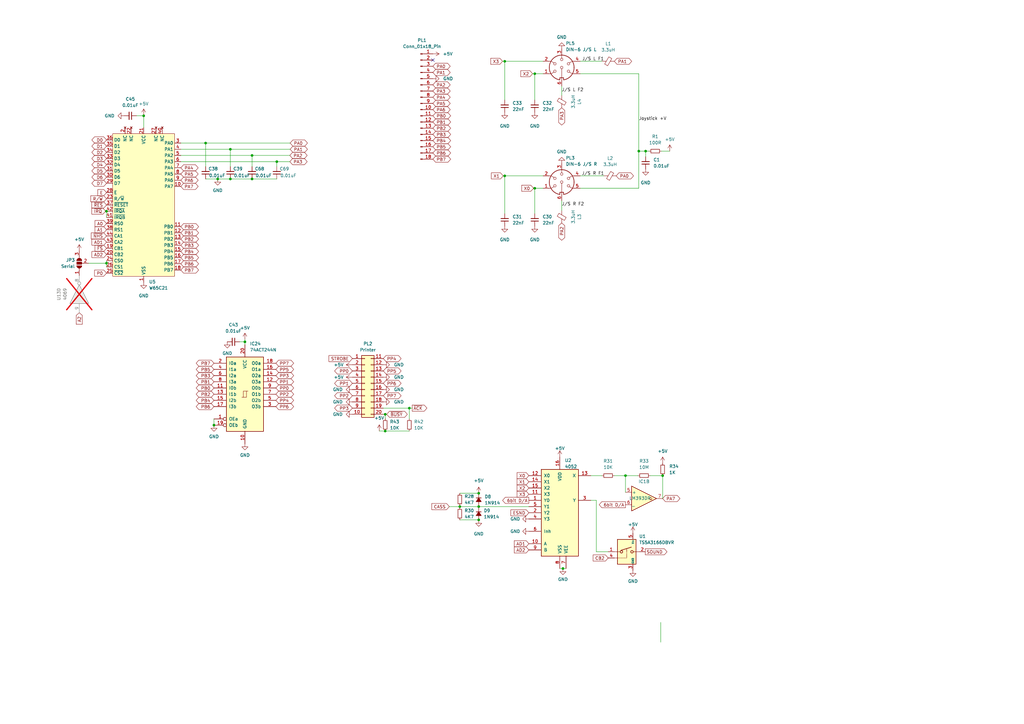
<source format=kicad_sch>
(kicad_sch (version 20230121) (generator eeschema)
  (paper "A3")
  (title_block (title "Dragon 32 CPU UK PAL") (date "2023-05-25") (rev "3.0") (company "Dragon Data") (comment 1 "Modified by Julian Brown") (comment 2 "SAMx4 by Ciaran Anscomb"))
  (lib_symbols
    (symbol "4xxx:4052" (pin_names (offset 1.016))
      (property "Reference" "U" (at -7.62 19.05 0))
      (property "Value" "4052" (at -7.62 -19.05 0))
      (symbol "4052_1_0"
        (pin passive line (at -12.7 5.08 0) (length 5.08) (name "Y0") (number "1"))
        (pin input line (at -12.7 -12.7 0) (length 5.08) (name "A") (number "10"))
        (pin passive line (at -12.7 7.62 0) (length 5.08) (name "X3") (number "11"))
        (pin passive line (at -12.7 15.24 0) (length 5.08) (name "X0") (number "12"))
        (pin passive line (at 12.7 15.24 180) (length 5.08) (name "X") (number "13"))
        (pin passive line (at -12.7 12.7 0) (length 5.08) (name "X1") (number "14"))
        (pin passive line (at -12.7 10.16 0) (length 5.08) (name "X2") (number "15"))
        (pin power_in line (at 0 22.86 270) (length 5.08) (name "VDD") (number "16"))
        (pin passive line (at -12.7 0 0) (length 5.08) (name "Y2") (number "2"))
        (pin passive line (at 12.7 5.08 180) (length 5.08) (name "Y") (number "3"))
        (pin passive line (at -12.7 -2.54 0) (length 5.08) (name "Y3") (number "4"))
        (pin passive line (at -12.7 2.54 0) (length 5.08) (name "Y1") (number "5"))
        (pin input line (at -12.7 -7.62 0) (length 5.08) (name "Inh") (number "6"))
        (pin power_in line (at 2.54 -22.86 90) (length 5.08) (name "VEE") (number "7"))
        (pin power_in line (at 0 -22.86 90) (length 5.08) (name "VSS") (number "8"))
        (pin input line (at -12.7 -15.24 0) (length 5.08) (name "B") (number "9"))
      )
    )
    (symbol "4xxx:4069" (pin_names (offset 1.016))
      (property "Reference" "U" (at 0 1.27 0))
      (property "Value" "4069" (at 0 -1.27 0))
      (symbol "4069_1_0"
        (pin input line (at -7.62 0 0) (length 3.81) (name "~") (number "1"))
        (pin output inverted (at 7.62 0 180) (length 3.81) (name "~") (number "2"))
      )
      (symbol "4069_2_0"
        (pin input line (at -7.62 0 0) (length 3.81) (name "~") (number "3"))
        (pin output inverted (at 7.62 0 180) (length 3.81) (name "~") (number "4"))
      )
      (symbol "4069_3_0"
        (pin input line (at -7.62 0 0) (length 3.81) (name "~") (number "5"))
        (pin output inverted (at 7.62 0 180) (length 3.81) (name "~") (number "6"))
      )
      (symbol "4069_4_0"
        (pin output inverted (at 7.62 0 180) (length 3.81) (name "~") (number "8"))
        (pin input line (at -7.62 0 0) (length 3.81) (name "~") (number "9"))
      )
      (symbol "4069_5_0"
        (pin output inverted (at 7.62 0 180) (length 3.81) (name "~") (number "10"))
        (pin input line (at -7.62 0 0) (length 3.81) (name "~") (number "11"))
      )
      (symbol "4069_6_0"
        (pin output inverted (at 7.62 0 180) (length 3.81) (name "~") (number "12"))
        (pin input line (at -7.62 0 0) (length 3.81) (name "~") (number "13"))
      )
      (symbol "4069_7_0"
        (pin power_in line (at 0 12.7 270) (length 5.08) (name "VDD") (number "14"))
        (pin power_in line (at 0 -12.7 90) (length 5.08) (name "VSS") (number "7"))
      )
    )
    (symbol "74xx:74LS244" (pin_names (offset 1.016))
      (property "Reference" "U" (at -7.62 16.51 0))
      (property "Value" "74LS244" (at -7.62 -16.51 0))
      (symbol "74LS244_1_0"
        (pin input inverted (at -12.7 -10.16 0) (length 5.08) (name "OEa") (number "1"))
        (pin power_in line (at 0 -20.32 90) (length 5.08) (name "GND") (number "10"))
        (pin input line (at -12.7 2.54 0) (length 5.08) (name "I0b") (number "11"))
        (pin tri_state line (at 12.7 5.08 180) (length 5.08) (name "O3a") (number "12"))
        (pin input line (at -12.7 0 0) (length 5.08) (name "I1b") (number "13"))
        (pin tri_state line (at 12.7 7.62 180) (length 5.08) (name "O2a") (number "14"))
        (pin input line (at -12.7 -2.54 0) (length 5.08) (name "I2b") (number "15"))
        (pin tri_state line (at 12.7 10.16 180) (length 5.08) (name "O1a") (number "16"))
        (pin input line (at -12.7 -5.08 0) (length 5.08) (name "I3b") (number "17"))
        (pin tri_state line (at 12.7 12.7 180) (length 5.08) (name "O0a") (number "18"))
        (pin input inverted (at -12.7 -12.7 0) (length 5.08) (name "OEb") (number "19"))
        (pin input line (at -12.7 12.7 0) (length 5.08) (name "I0a") (number "2"))
        (pin power_in line (at 0 20.32 270) (length 5.08) (name "VCC") (number "20"))
        (pin tri_state line (at 12.7 -5.08 180) (length 5.08) (name "O3b") (number "3"))
        (pin input line (at -12.7 10.16 0) (length 5.08) (name "I1a") (number "4"))
        (pin tri_state line (at 12.7 -2.54 180) (length 5.08) (name "O2b") (number "5"))
        (pin input line (at -12.7 7.62 0) (length 5.08) (name "I2a") (number "6"))
        (pin tri_state line (at 12.7 0 180) (length 5.08) (name "O1b") (number "7"))
        (pin input line (at -12.7 5.08 0) (length 5.08) (name "I3a") (number "8"))
        (pin tri_state line (at 12.7 2.54 180) (length 5.08) (name "O0b") (number "9"))
      )
    )
    (symbol "Analog_Switch:TS5A3166DBVR" (pin_names (offset 0.127))
      (property "Reference" "U" (at -3.81 6.35 0))
      (property "Value" "TS5A3166DBVR" (at 3.81 -6.35 0))
      (symbol "TS5A3166DBVR_1_1"
        (pin passive line (at -7.62 0 0) (length 2.54) (name "~") (number "1"))
        (pin passive line (at 7.62 0 180) (length 2.54) (name "~") (number "2"))
        (pin power_in line (at 2.54 -7.62 90) (length 2.54) (name "GND") (number "3"))
        (pin input line (at -7.62 -2.54 0) (length 2.54) (name "~") (number "4"))
        (pin power_in line (at 2.54 7.62 270) (length 2.54) (name "V+") (number "5"))
      )
    )
    (symbol "Comparator:LM393" (pin_names (offset 0.127))
      (property "Reference" "U" (at 3.81 3.81 0))
      (property "Value" "LM393" (at 6.35 -3.81 0))
      (symbol "LM393_1_1"
        (pin open_collector line (at 7.62 0 180) (length 2.54) (name "~") (number "1"))
        (pin input line (at -7.62 -2.54 0) (length 2.54) (name "-") (number "2"))
        (pin input line (at -7.62 2.54 0) (length 2.54) (name "+") (number "3"))
      )
      (symbol "LM393_2_1"
        (pin input line (at -7.62 2.54 0) (length 2.54) (name "+") (number "5"))
        (pin input line (at -7.62 -2.54 0) (length 2.54) (name "_") (number "6"))
        (pin open_collector line (at 7.62 0 180) (length 2.54) (name "~") (number "7"))
      )
      (symbol "LM393_3_1"
        (pin power_in line (at -2.54 -7.62 90) (length 3.81) (name "V-") (number "4"))
        (pin power_in line (at -2.54 7.62 270) (length 3.81) (name "V+") (number "8"))
      )
    )
    (symbol "Connector:Conn_01x18_Pin" (pin_names (offset 1.016) hide)
      (property "Reference" "J" (at 0 22.86 0))
      (property "Value" "Conn_01x18_Pin" (at 0 -25.4 0))
      (symbol "Conn_01x18_Pin_1_1"
        (pin passive line (at 5.08 20.32 180) (length 3.81) (name "Pin_1") (number "1"))
        (pin passive line (at 5.08 -2.54 180) (length 3.81) (name "Pin_10") (number "10"))
        (pin passive line (at 5.08 -5.08 180) (length 3.81) (name "Pin_11") (number "11"))
        (pin passive line (at 5.08 -7.62 180) (length 3.81) (name "Pin_12") (number "12"))
        (pin passive line (at 5.08 -10.16 180) (length 3.81) (name "Pin_13") (number "13"))
        (pin passive line (at 5.08 -12.7 180) (length 3.81) (name "Pin_14") (number "14"))
        (pin passive line (at 5.08 -15.24 180) (length 3.81) (name "Pin_15") (number "15"))
        (pin passive line (at 5.08 -17.78 180) (length 3.81) (name "Pin_16") (number "16"))
        (pin passive line (at 5.08 -20.32 180) (length 3.81) (name "Pin_17") (number "17"))
        (pin passive line (at 5.08 -22.86 180) (length 3.81) (name "Pin_18") (number "18"))
        (pin passive line (at 5.08 17.78 180) (length 3.81) (name "Pin_2") (number "2"))
        (pin passive line (at 5.08 15.24 180) (length 3.81) (name "Pin_3") (number "3"))
        (pin passive line (at 5.08 12.7 180) (length 3.81) (name "Pin_4") (number "4"))
        (pin passive line (at 5.08 10.16 180) (length 3.81) (name "Pin_5") (number "5"))
        (pin passive line (at 5.08 7.62 180) (length 3.81) (name "Pin_6") (number "6"))
        (pin passive line (at 5.08 5.08 180) (length 3.81) (name "Pin_7") (number "7"))
        (pin passive line (at 5.08 2.54 180) (length 3.81) (name "Pin_8") (number "8"))
        (pin passive line (at 5.08 0 180) (length 3.81) (name "Pin_9") (number "9"))
      )
    )
    (symbol "Connector:DIN-6" (pin_names (offset 1.016))
      (property "Reference" "J" (at 3.175 5.715 0))
      (property "Value" "DIN-6" (at 4.445 -4.445 0))
      (symbol "DIN-6_1_1"
        (pin passive line (at -7.62 -2.54 0) (length 2.54) (name "~") (number "1"))
        (pin passive line (at -7.62 2.54 0) (length 2.54) (name "~") (number "2"))
        (pin passive line (at 0 7.62 270) (length 2.54) (name "~") (number "3"))
        (pin passive line (at 7.62 2.54 180) (length 2.54) (name "~") (number "4"))
        (pin passive line (at 7.62 -2.54 180) (length 2.54) (name "~") (number "5"))
        (pin passive line (at 0 -7.62 90) (length 2.54) (name "~") (number "6"))
      )
    )
    (symbol "Connector_Generic:Conn_02x10_Top_Bottom" (pin_names (offset 1.016) hide)
      (property "Reference" "J" (at 1.27 12.7 0))
      (property "Value" "Conn_02x10_Top_Bottom" (at 1.27 -15.24 0))
      (symbol "Conn_02x10_Top_Bottom_1_1"
        (pin passive line (at -5.08 10.16 0) (length 3.81) (name "Pin_1") (number "1"))
        (pin passive line (at -5.08 -12.7 0) (length 3.81) (name "Pin_10") (number "10"))
        (pin passive line (at 7.62 10.16 180) (length 3.81) (name "Pin_11") (number "11"))
        (pin passive line (at 7.62 7.62 180) (length 3.81) (name "Pin_12") (number "12"))
        (pin passive line (at 7.62 5.08 180) (length 3.81) (name "Pin_13") (number "13"))
        (pin passive line (at 7.62 2.54 180) (length 3.81) (name "Pin_14") (number "14"))
        (pin passive line (at 7.62 0 180) (length 3.81) (name "Pin_15") (number "15"))
        (pin passive line (at 7.62 -2.54 180) (length 3.81) (name "Pin_16") (number "16"))
        (pin passive line (at 7.62 -5.08 180) (length 3.81) (name "Pin_17") (number "17"))
        (pin passive line (at 7.62 -7.62 180) (length 3.81) (name "Pin_18") (number "18"))
        (pin passive line (at 7.62 -10.16 180) (length 3.81) (name "Pin_19") (number "19"))
        (pin passive line (at -5.08 7.62 0) (length 3.81) (name "Pin_2") (number "2"))
        (pin passive line (at 7.62 -12.7 180) (length 3.81) (name "Pin_20") (number "20"))
        (pin passive line (at -5.08 5.08 0) (length 3.81) (name "Pin_3") (number "3"))
        (pin passive line (at -5.08 2.54 0) (length 3.81) (name "Pin_4") (number "4"))
        (pin passive line (at -5.08 0 0) (length 3.81) (name "Pin_5") (number "5"))
        (pin passive line (at -5.08 -2.54 0) (length 3.81) (name "Pin_6") (number "6"))
        (pin passive line (at -5.08 -5.08 0) (length 3.81) (name "Pin_7") (number "7"))
        (pin passive line (at -5.08 -7.62 0) (length 3.81) (name "Pin_8") (number "8"))
        (pin passive line (at -5.08 -10.16 0) (length 3.81) (name "Pin_9") (number "9"))
      )
    )
    (symbol "Device:C_Small" (pin_numbers hide) (pin_names (offset 0.254) hide)
      (property "Reference" "C" (at 0.254 1.778 0))
      (property "Value" "C_Small" (at 0.254 -2.032 0))
      (symbol "C_Small_1_1"
        (pin passive line (at 0 2.54 270) (length 2.032) (name "~") (number "1"))
        (pin passive line (at 0 -2.54 90) (length 2.032) (name "~") (number "2"))
      )
    )
    (symbol "Device:D_Small_Filled" (pin_numbers hide) (pin_names (offset 0.254) hide)
      (property "Reference" "D" (at -1.27 2.032 0))
      (property "Value" "D_Small_Filled" (at -3.81 -2.032 0))
      (symbol "D_Small_Filled_1_1"
        (pin passive line (at -2.54 0 0) (length 1.778) (name "K") (number "1"))
        (pin passive line (at 2.54 0 180) (length 1.778) (name "A") (number "2"))
      )
    )
    (symbol "Device:FerriteBead_Small" (pin_numbers hide) (pin_names (offset 0))
      (property "Reference" "FB" (at 1.905 1.27 0))
      (property "Value" "FerriteBead_Small" (at 1.905 -1.27 0))
      (symbol "FerriteBead_Small_1_1"
        (pin passive line (at 0 2.54 270) (length 1.27) (name "~") (number "1"))
        (pin passive line (at 0 -2.54 90) (length 1.27) (name "~") (number "2"))
      )
    )
    (symbol "Device:R_Small" (pin_numbers hide) (pin_names (offset 0.254) hide)
      (property "Reference" "R" (at 0.762 0.508 0))
      (property "Value" "R_Small" (at 0.762 -1.016 0))
      (symbol "R_Small_1_1"
        (pin passive line (at 0 2.54 270) (length 0.762) (name "~") (number "1"))
        (pin passive line (at 0 -2.54 90) (length 0.762) (name "~") (number "2"))
      )
    )
    (symbol "Jumper:SolderJumper_3_Open" (pin_names (offset 0) hide)
      (property "Reference" "JP" (at -2.54 -2.54 0))
      (property "Value" "SolderJumper_3_Open" (at 0 2.794 0))
      (symbol "SolderJumper_3_Open_1_1"
        (pin passive line (at -5.08 0 0) (length 2.54) (name "A") (number "1"))
        (pin passive line (at 0 -3.81 90) (length 2.54) (name "C") (number "2"))
        (pin passive line (at 5.08 0 180) (length 2.54) (name "B") (number "3"))
      )
    )
    (symbol "Motorola PIA:W65C21"
      (property "Reference" "U" (at 0 1.27 0))
      (property "Value" "W65C21" (at 0 -1.27 0))
      (symbol "W65C21_1_0"
        (pin output line (at -15.24 -3.81 0) (length 2.54) (name "~{IRQB}") (number "41"))
        (pin output line (at -15.24 -1.27 0) (length 2.54) (name "~{IRQA}") (number "42"))
        (pin input line (at -15.24 -13.97 0) (length 2.54) (name "CA2") (number "43"))
        (pin input line (at -15.24 -11.43 0) (length 2.54) (name "CA1") (number "44"))
      )
      (symbol "W65C21_1_1"
        (pin passive line (at 0 -30.48 90) (length 2.54) (name "VSS") (number "1"))
        (pin bidirectional line (at 15.24 8.89 180) (length 2.54) (name "PA7") (number "10"))
        (pin bidirectional line (at 15.24 -7.62 180) (length 2.54) (name "PB0") (number "11"))
        (pin bidirectional line (at 15.24 -10.16 180) (length 2.54) (name "PB1") (number "12"))
        (pin bidirectional line (at 15.24 -12.7 180) (length 2.54) (name "PB2") (number "13"))
        (pin bidirectional line (at 15.24 -15.24 180) (length 2.54) (name "PB3") (number "14"))
        (pin bidirectional line (at 15.24 -17.78 180) (length 2.54) (name "PB4") (number "15"))
        (pin bidirectional line (at 15.24 -20.32 180) (length 2.54) (name "PB5") (number "16"))
        (pin bidirectional line (at 15.24 -22.86 180) (length 2.54) (name "PB6") (number "17"))
        (pin bidirectional line (at 15.24 -25.4 180) (length 2.54) (name "PB7") (number "18"))
        (pin input line (at -15.24 -16.51 0) (length 2.54) (name "CB1") (number "19"))
        (pin no_connect line (at -7.62 33.02 270) (length 2.54) (name "NC") (number "2"))
        (pin input line (at -15.24 -19.05 0) (length 2.54) (name "CB2") (number "20"))
        (pin passive line (at 0 33.02 270) (length 2.54) (name "VCC") (number "21"))
        (pin no_connect line (at -5.08 33.02 270) (length 2.54) (name "NC") (number "22"))
        (pin input line (at -15.24 3.81 0) (length 2.54) (name "R/~{W}") (number "23"))
        (pin input line (at -15.24 -21.59 0) (length 2.54) (name "CS0") (number "24"))
        (pin input line (at -15.24 -26.67 0) (length 2.54) (name "~{CS2}") (number "25"))
        (pin input line (at -15.24 -24.13 0) (length 2.54) (name "CS1") (number "26"))
        (pin no_connect line (at 5.08 33.02 270) (length 2.54) (name "NC") (number "27"))
        (pin input line (at -15.24 6.35 0) (length 2.54) (name "E") (number "28"))
        (pin bidirectional line (at -15.24 10.16 0) (length 2.54) (name "D7") (number "29"))
        (pin bidirectional line (at 15.24 26.67 180) (length 2.54) (name "PA0") (number "3"))
        (pin bidirectional line (at -15.24 12.7 0) (length 2.54) (name "D6") (number "30"))
        (pin bidirectional line (at -15.24 15.24 0) (length 2.54) (name "D5") (number "31"))
        (pin bidirectional line (at -15.24 17.78 0) (length 2.54) (name "D4") (number "32"))
        (pin bidirectional line (at -15.24 20.32 0) (length 2.54) (name "D3") (number "33"))
        (pin bidirectional line (at -15.24 22.86 0) (length 2.54) (name "D2") (number "34"))
        (pin bidirectional line (at -15.24 25.4 0) (length 2.54) (name "D1") (number "35"))
        (pin bidirectional line (at -15.24 27.94 0) (length 2.54) (name "D0") (number "36"))
        (pin input line (at -15.24 1.27 0) (length 2.54) (name "~{RESET}") (number "37"))
        (pin input line (at -15.24 -8.89 0) (length 2.54) (name "RS1") (number "38"))
        (pin input line (at -15.24 -6.35 0) (length 2.54) (name "RS0") (number "39"))
        (pin bidirectional line (at 15.24 24.13 180) (length 2.54) (name "PA1") (number "4"))
        (pin no_connect line (at 7.62 33.02 270) (length 2.54) (name "NC") (number "40"))
        (pin bidirectional line (at 15.24 21.59 180) (length 2.54) (name "PA2") (number "5"))
        (pin bidirectional line (at 15.24 19.05 180) (length 2.54) (name "PA3") (number "6"))
        (pin bidirectional line (at 15.24 16.51 180) (length 2.54) (name "PA4") (number "7"))
        (pin bidirectional line (at 15.24 13.97 180) (length 2.54) (name "PA5") (number "8"))
        (pin bidirectional line (at 15.24 11.43 180) (length 2.54) (name "PA6") (number "9"))
      )
    )
    (symbol "power:+5V" (power) (pin_names (offset 0))
      (property "Value" "+5V" (at 0 3.556 0))
      (symbol "+5V_1_1"
        (pin power_in line (at 0 0 90) (length 0) hide (name "+5V") (number "1"))
      )
    )
    (symbol "power:GND" (power) (pin_names (offset 0))
      (property "Value" "GND" (at 0 -3.81 0))
      (symbol "GND_1_1"
        (pin power_in line (at 0 0 270) (length 0) hide (name "GND") (number "1"))
      )
    )
  )
  (junction (at 89.281 73.406))
  (junction (at 188.595 207.772))
  (junction (at 58.928 47.498))
  (junction (at 87.757 174.371))
  (junction (at 94.488 61.214))
  (junction (at 113.538 66.294))
  (junction (at 167.894 167.386))
  (junction (at 43.688 107.95))
  (junction (at 264.795 61.976))
  (junction (at 196.342 207.772))
  (junction (at 256.54 195.072))
  (junction (at 219.329 30.226))
  (junction (at 43.688 86.614))
  (junction (at 196.342 213.233))
  (junction (at 207.01 25.146))
  (junction (at 271.78 195.072))
  (junction (at 157.988 169.926))
  (junction (at 196.342 202.311))
  (junction (at 103.378 73.406))
  (junction (at 262.001 61.976))
  (junction (at 103.378 63.754))
  (junction (at 157.988 176.784))
  (junction (at 230.886 233.172))
  (junction (at 84.328 58.674))
  (junction (at 100.457 140.208))
  (junction (at 94.488 73.406))
  (junction (at 219.329 77.216))
  (junction (at 207.01 72.136))
  (no_connect (at 177.546 24.638))
  (wire (pts (xy 43.688 107.95) (xy 43.688 109.474)))
  (wire (pts (xy 103.378 73.406) (xy 113.538 73.406)))
  (wire (pts (xy 264.795 64.262) (xy 264.795 61.976)))
  (wire (pts (xy 256.54 195.072) (xy 251.968 195.072)))
  (wire (pts (xy 188.595 207.772) (xy 196.342 207.772)))
  (wire (pts (xy 74.168 61.214) (xy 94.488 61.214)))
  (wire (pts (xy 271.018 263.398) (xy 271.018 255.27)))
  (wire (pts (xy 87.757 171.831) (xy 87.757 174.371)))
  (wire (pts (xy 157.988 169.926) (xy 157.226 169.926)))
  (wire (pts (xy 196.342 202.311) (xy 196.342 202.438)))
  (wire (pts (xy 43.688 106.934) (xy 43.688 107.95)))
  (wire (pts (xy 266.7 195.072) (xy 271.78 195.072)))
  (wire (pts (xy 206.121 25.146) (xy 207.01 25.146)))
  (wire (pts (xy 264.795 61.976) (xy 266.192 61.976)))
  (wire (pts (xy 218.821 77.216) (xy 219.329 77.216)))
  (wire (pts (xy 229.616 233.172) (xy 230.886 233.172)))
  (wire (pts (xy 237.998 30.226) (xy 262.001 30.226)))
  (wire (pts (xy 261.62 195.072) (xy 256.54 195.072)))
  (wire (pts (xy 157.988 176.784) (xy 167.894 176.784)))
  (wire (pts (xy 103.378 63.754) (xy 103.378 68.326)))
  (wire (pts (xy 89.281 73.406) (xy 94.488 73.406)))
  (wire (pts (xy 271.78 195.072) (xy 271.78 204.47)))
  (wire (pts (xy 113.538 66.294) (xy 74.168 66.294)))
  (wire (pts (xy 207.01 25.146) (xy 207.01 41.021)))
  (wire (pts (xy 207.01 72.136) (xy 222.758 72.136)))
  (wire (pts (xy 113.538 66.294) (xy 113.538 68.326)))
  (wire (pts (xy 219.329 77.216) (xy 222.758 77.216)))
  (wire (pts (xy 219.329 30.226) (xy 219.329 41.021)))
  (wire (pts (xy 118.872 66.294) (xy 113.538 66.294)))
  (wire (pts (xy 58.928 47.498) (xy 58.928 52.324)))
  (wire (pts (xy 244.602 226.314) (xy 249.428 226.314)))
  (wire (pts (xy 188.595 207.391) (xy 188.595 207.772)))
  (wire (pts (xy 207.01 25.146) (xy 222.758 25.146)))
  (wire (pts (xy 167.894 167.386) (xy 167.894 171.704)))
  (wire (pts (xy 207.01 72.136) (xy 207.01 87.63)))
  (wire (pts (xy 94.488 73.406) (xy 103.378 73.406)))
  (wire (pts (xy 56.007 47.498) (xy 58.928 47.498)))
  (wire (pts (xy 244.602 205.232) (xy 244.602 226.314)))
  (wire (pts (xy 74.168 58.674) (xy 84.328 58.674)))
  (wire (pts (xy 58.928 47.244) (xy 58.928 47.498)))
  (wire (pts (xy 184.277 207.772) (xy 188.595 207.772)))
  (wire (pts (xy 274.701 61.976) (xy 271.272 61.976)))
  (wire (pts (xy 84.328 58.674) (xy 84.328 68.326)))
  (wire (pts (xy 196.342 207.772) (xy 196.342 207.518)))
  (wire (pts (xy 188.595 213.233) (xy 196.342 213.233)))
  (wire (pts (xy 157.988 169.926) (xy 157.988 171.704)))
  (wire (pts (xy 36.322 107.95) (xy 43.688 107.95)))
  (wire (pts (xy 167.894 167.386) (xy 157.226 167.386)))
  (wire (pts (xy 84.328 73.406) (xy 89.281 73.406)))
  (wire (pts (xy 100.457 140.208) (xy 100.457 141.351)))
  (wire (pts (xy 218.44 30.226) (xy 219.329 30.226)))
  (wire (pts (xy 94.488 61.214) (xy 94.488 68.326)))
  (wire (pts (xy 84.328 58.674) (xy 118.999 58.674)))
  (wire (pts (xy 158.623 169.926) (xy 157.988 169.926)))
  (wire (pts (xy 256.54 195.072) (xy 256.54 201.93)))
  (wire (pts (xy 230.378 39.116) (xy 230.378 35.306)))
  (wire (pts (xy 155.575 176.784) (xy 157.988 176.784)))
  (wire (pts (xy 219.329 77.216) (xy 219.329 87.63)))
  (wire (pts (xy 237.998 77.216) (xy 262.001 77.216)))
  (wire (pts (xy 98.298 140.208) (xy 100.457 140.208)))
  (wire (pts (xy 196.342 208.153) (xy 196.342 207.772)))
  (wire (pts (xy 230.886 233.172) (xy 232.156 233.172)))
  (wire (pts (xy 118.872 63.754) (xy 103.378 63.754)))
  (wire (pts (xy 219.329 30.226) (xy 222.758 30.226)))
  (wire (pts (xy 196.342 213.36) (xy 196.342 213.233)))
  (wire (pts (xy 169.037 167.386) (xy 167.894 167.386)))
  (wire (pts (xy 262.001 30.226) (xy 262.001 61.976)))
  (wire (pts (xy 230.378 86.36) (xy 230.378 82.296)))
  (wire (pts (xy 244.602 205.232) (xy 242.316 205.232)))
  (wire (pts (xy 103.378 63.754) (xy 74.168 63.754)))
  (wire (pts (xy 206.375 72.136) (xy 207.01 72.136)))
  (wire (pts (xy 262.001 77.216) (xy 262.001 61.976)))
  (wire (pts (xy 188.595 207.772) (xy 188.595 208.153)))
  (wire (pts (xy 242.316 195.072) (xy 246.888 195.072)))
  (wire (pts (xy 188.595 202.311) (xy 196.342 202.311)))
  (wire (pts (xy 247.65 72.136) (xy 237.998 72.136)))
  (wire (pts (xy 246.888 25.146) (xy 237.998 25.146)))
  (wire (pts (xy 94.488 61.214) (xy 118.999 61.214)))
  (wire (pts (xy 43.688 86.614) (xy 43.688 89.154)))
  (wire (pts (xy 262.001 61.976) (xy 264.795 61.976)))
  (wire (pts (xy 43.307 86.614) (xy 43.688 86.614)))
  (wire (pts (xy 100.457 139.192) (xy 100.457 140.208)))
  (wire (pts (xy 196.342 207.772) (xy 216.916 207.772)))
  (label "Joystick +V" (at 262.001 49.6061 0))
  (label "J{slash}S R F1" (at 238.5908 72.136 0))
  (label "J{slash}S L F1" (at 238.7635 25.146 0))
  (label "J{slash}S R F2" (at 230.378 84.6696 0))
  (label "J{slash}S L F2" (at 230.378 37.841 0))
  (global_label "PA2" (shape bidirectional) (at 177.546 34.798 0) (property "Intersheetrefs" "${INTERSHEET_REFS}" (effects hide)))
  (global_label "PP4" (shape bidirectional) (at 157.226 147.066 0) (property "Intersheetrefs" "${INTERSHEET_REFS}" (effects hide)))
  (global_label "~{BUSY}" (shape bidirectional) (at 158.623 169.926 0) (property "Intersheetrefs" "${INTERSHEET_REFS}" (effects hide)))
  (global_label "SOUND" (shape output) (at 264.668 226.314 0) (property "Intersheetrefs" "${INTERSHEET_REFS}" (effects hide)))
  (global_label "PA1" (shape bidirectional) (at 177.546 29.718 0) (property "Intersheetrefs" "${INTERSHEET_REFS}" (effects hide)))
  (global_label "PP7" (shape bidirectional) (at 157.226 162.306 0) (property "Intersheetrefs" "${INTERSHEET_REFS}" (effects hide)))
  (global_label "PB6" (shape bidirectional) (at 87.757 166.751 180) (property "Intersheetrefs" "${INTERSHEET_REFS}" (effects hide)))
  (global_label "PA0" (shape bidirectional) (at 118.999 58.674 0) (property "Intersheetrefs" "${INTERSHEET_REFS}" (effects hide)))
  (global_label "PA2" (shape bidirectional) (at 230.378 91.44 270) (property "Intersheetrefs" "${INTERSHEET_REFS}" (effects hide)))
  (global_label "D2" (shape bidirectional) (at 43.688 62.484 180) (property "Intersheetrefs" "${INTERSHEET_REFS}" (effects hide)))
  (global_label "PB1" (shape bidirectional) (at 177.546 50.038 0) (property "Intersheetrefs" "${INTERSHEET_REFS}" (effects hide)))
  (global_label "PA3" (shape bidirectional) (at 118.872 66.294 0) (property "Intersheetrefs" "${INTERSHEET_REFS}" (effects hide)))
  (global_label "X2" (shape input) (at 216.916 200.152 180) (property "Intersheetrefs" "${INTERSHEET_REFS}" (effects hide)))
  (global_label "PA4" (shape bidirectional) (at 177.546 39.878 0) (property "Intersheetrefs" "${INTERSHEET_REFS}" (effects hide)))
  (global_label "D6" (shape bidirectional) (at 43.688 72.644 180) (property "Intersheetrefs" "${INTERSHEET_REFS}" (effects hide)))
  (global_label "PB6" (shape bidirectional) (at 74.168 108.204 0) (property "Intersheetrefs" "${INTERSHEET_REFS}" (effects hide)))
  (global_label "PB7" (shape bidirectional) (at 177.546 65.278 0) (property "Intersheetrefs" "${INTERSHEET_REFS}" (effects hide)))
  (global_label "R{slash}~{W}" (shape input) (at 43.688 81.534 180) (property "Intersheetrefs" "${INTERSHEET_REFS}" (effects hide)))
  (global_label "6bit D{slash}A" (shape output) (at 256.54 207.01 180) (property "Intersheetrefs" "${INTERSHEET_REFS}" (effects hide)))
  (global_label "PA1" (shape bidirectional) (at 251.968 25.146 0) (property "Intersheetrefs" "${INTERSHEET_REFS}" (effects hide)))
  (global_label "PB3" (shape bidirectional) (at 177.546 55.118 0) (property "Intersheetrefs" "${INTERSHEET_REFS}" (effects hide)))
  (global_label "PB5" (shape bidirectional) (at 177.546 60.198 0) (property "Intersheetrefs" "${INTERSHEET_REFS}" (effects hide)))
  (global_label "PB6" (shape bidirectional) (at 177.546 62.738 0) (property "Intersheetrefs" "${INTERSHEET_REFS}" (effects hide)))
  (global_label "X3" (shape input) (at 206.121 25.146 180) (property "Intersheetrefs" "${INTERSHEET_REFS}" (effects hide)))
  (global_label "D1" (shape bidirectional) (at 43.688 59.944 180) (property "Intersheetrefs" "${INTERSHEET_REFS}" (effects hide)))
  (global_label "AD1" (shape input) (at 43.688 99.314 180) (property "Intersheetrefs" "${INTERSHEET_REFS}" (effects hide)))
  (global_label "A2" (shape input) (at 32.512 128.27 270) (property "Intersheetrefs" "${INTERSHEET_REFS}" (effects hide)))
  (global_label "X2" (shape input) (at 218.44 30.226 180) (property "Intersheetrefs" "${INTERSHEET_REFS}" (effects hide)))
  (global_label "PP5" (shape bidirectional) (at 113.157 151.511 0) (property "Intersheetrefs" "${INTERSHEET_REFS}" (effects hide)))
  (global_label "PB1" (shape bidirectional) (at 87.757 156.591 180) (property "Intersheetrefs" "${INTERSHEET_REFS}" (effects hide)))
  (global_label "PB4" (shape bidirectional) (at 177.546 57.658 0) (property "Intersheetrefs" "${INTERSHEET_REFS}" (effects hide)))
  (global_label "PB5" (shape bidirectional) (at 74.168 105.664 0) (property "Intersheetrefs" "${INTERSHEET_REFS}" (effects hide)))
  (global_label "PP1" (shape bidirectional) (at 113.157 156.591 0) (property "Intersheetrefs" "${INTERSHEET_REFS}" (effects hide)))
  (global_label "PB2" (shape bidirectional) (at 177.546 52.578 0) (property "Intersheetrefs" "${INTERSHEET_REFS}" (effects hide)))
  (global_label "PB7" (shape bidirectional) (at 74.168 110.744 0) (property "Intersheetrefs" "${INTERSHEET_REFS}" (effects hide)))
  (global_label "E" (shape input) (at 43.688 78.994 180) (property "Intersheetrefs" "${INTERSHEET_REFS}" (effects hide)))
  (global_label "AD2" (shape input) (at 216.916 225.552 180) (property "Intersheetrefs" "${INTERSHEET_REFS}" (effects hide)))
  (global_label "PB3" (shape bidirectional) (at 87.757 154.051 180) (property "Intersheetrefs" "${INTERSHEET_REFS}" (effects hide)))
  (global_label "AD2" (shape input) (at 43.688 104.394 180) (property "Intersheetrefs" "${INTERSHEET_REFS}" (effects hide)))
  (global_label "PP3" (shape bidirectional) (at 144.526 167.386 180) (property "Intersheetrefs" "${INTERSHEET_REFS}" (effects hide)))
  (global_label "PB1" (shape bidirectional) (at 74.168 95.504 0) (property "Intersheetrefs" "${INTERSHEET_REFS}" (effects hide)))
  (global_label "~{FS}" (shape input) (at 43.688 101.854 180) (property "Intersheetrefs" "${INTERSHEET_REFS}" (effects hide)))
  (global_label "PP3" (shape bidirectional) (at 113.157 154.051 0) (property "Intersheetrefs" "${INTERSHEET_REFS}" (effects hide)))
  (global_label "PP0" (shape bidirectional) (at 113.157 159.131 0) (property "Intersheetrefs" "${INTERSHEET_REFS}" (effects hide)))
  (global_label "D5" (shape bidirectional) (at 43.688 70.104 180) (property "Intersheetrefs" "${INTERSHEET_REFS}" (effects hide)))
  (global_label "PB3" (shape bidirectional) (at 74.168 100.584 0) (property "Intersheetrefs" "${INTERSHEET_REFS}" (effects hide)))
  (global_label "PA5" (shape bidirectional) (at 74.168 71.374 0) (property "Intersheetrefs" "${INTERSHEET_REFS}" (effects hide)))
  (global_label "ESND" (shape input) (at 216.916 210.312 180) (property "Intersheetrefs" "${INTERSHEET_REFS}" (effects hide)))
  (global_label "X3" (shape input) (at 216.916 202.692 180) (property "Intersheetrefs" "${INTERSHEET_REFS}" (effects hide)))
  (global_label "CASS" (shape input) (at 184.277 207.772 180) (property "Intersheetrefs" "${INTERSHEET_REFS}" (effects hide)))
  (global_label "PB2" (shape bidirectional) (at 87.757 161.671 180) (property "Intersheetrefs" "${INTERSHEET_REFS}" (effects hide)))
  (global_label "PP7" (shape bidirectional) (at 113.157 148.971 0) (property "Intersheetrefs" "${INTERSHEET_REFS}" (effects hide)))
  (global_label "PP2" (shape bidirectional) (at 113.157 161.671 0) (property "Intersheetrefs" "${INTERSHEET_REFS}" (effects hide)))
  (global_label "PA6" (shape bidirectional) (at 74.168 73.914 0) (property "Intersheetrefs" "${INTERSHEET_REFS}" (effects hide)))
  (global_label "PA7" (shape bidirectional) (at 271.78 204.47 0) (property "Intersheetrefs" "${INTERSHEET_REFS}" (effects hide)))
  (global_label "PA5" (shape bidirectional) (at 177.546 42.418 0) (property "Intersheetrefs" "${INTERSHEET_REFS}" (effects hide)))
  (global_label "PA1" (shape bidirectional) (at 118.999 61.214 0) (property "Intersheetrefs" "${INTERSHEET_REFS}" (effects hide)))
  (global_label "PA3" (shape bidirectional) (at 177.546 37.338 0) (property "Intersheetrefs" "${INTERSHEET_REFS}" (effects hide)))
  (global_label "A0" (shape input) (at 43.688 91.694 180) (property "Intersheetrefs" "${INTERSHEET_REFS}" (effects hide)))
  (global_label "PA0" (shape bidirectional) (at 177.546 27.178 0) (property "Intersheetrefs" "${INTERSHEET_REFS}" (effects hide)))
  (global_label "PB7" (shape bidirectional) (at 87.757 148.971 180) (property "Intersheetrefs" "${INTERSHEET_REFS}" (effects hide)))
  (global_label "~{IRQ}" (shape input) (at 43.307 86.614 180) (property "Intersheetrefs" "${INTERSHEET_REFS}" (effects hide)))
  (global_label "PP5" (shape bidirectional) (at 157.226 152.146 0) (property "Intersheetrefs" "${INTERSHEET_REFS}" (effects hide)))
  (global_label "PB2" (shape bidirectional) (at 74.168 98.044 0) (property "Intersheetrefs" "${INTERSHEET_REFS}" (effects hide)))
  (global_label "PP1" (shape bidirectional) (at 144.526 157.226 180) (property "Intersheetrefs" "${INTERSHEET_REFS}" (effects hide)))
  (global_label "PP0" (shape bidirectional) (at 144.526 152.146 180) (property "Intersheetrefs" "${INTERSHEET_REFS}" (effects hide)))
  (global_label "PP6" (shape bidirectional) (at 157.226 157.226 0) (property "Intersheetrefs" "${INTERSHEET_REFS}" (effects hide)))
  (global_label "PB4" (shape bidirectional) (at 87.757 164.211 180) (property "Intersheetrefs" "${INTERSHEET_REFS}" (effects hide)))
  (global_label "PA0" (shape bidirectional) (at 252.73 72.136 0) (property "Intersheetrefs" "${INTERSHEET_REFS}" (effects hide)))
  (global_label "PB5" (shape bidirectional) (at 87.757 151.511 180) (property "Intersheetrefs" "${INTERSHEET_REFS}" (effects hide)))
  (global_label "PA7" (shape bidirectional) (at 74.168 76.454 0) (property "Intersheetrefs" "${INTERSHEET_REFS}" (effects hide)))
  (global_label "~{NHS}" (shape input) (at 43.688 96.774 180) (property "Intersheetrefs" "${INTERSHEET_REFS}" (effects hide)))
  (global_label "PA4" (shape bidirectional) (at 74.168 68.834 0) (property "Intersheetrefs" "${INTERSHEET_REFS}" (effects hide)))
  (global_label "6bit D{slash}A" (shape output) (at 216.916 205.232 180) (property "Intersheetrefs" "${INTERSHEET_REFS}" (effects hide)))
  (global_label "PP2" (shape bidirectional) (at 144.526 162.306 180) (property "Intersheetrefs" "${INTERSHEET_REFS}" (effects hide)))
  (global_label "STROBE" (shape input) (at 144.526 147.066 180) (property "Intersheetrefs" "${INTERSHEET_REFS}" (effects hide)))
  (global_label "PA6" (shape bidirectional) (at 177.546 44.958 0) (property "Intersheetrefs" "${INTERSHEET_REFS}" (effects hide)))
  (global_label "PP6" (shape bidirectional) (at 113.157 166.751 0) (property "Intersheetrefs" "${INTERSHEET_REFS}" (effects hide)))
  (global_label "PA2" (shape bidirectional) (at 118.872 63.754 0) (property "Intersheetrefs" "${INTERSHEET_REFS}" (effects hide)))
  (global_label "PB0" (shape bidirectional) (at 177.546 47.498 0) (property "Intersheetrefs" "${INTERSHEET_REFS}" (effects hide)))
  (global_label "PB0" (shape bidirectional) (at 74.168 92.964 0) (property "Intersheetrefs" "${INTERSHEET_REFS}" (effects hide)))
  (global_label "X1" (shape input) (at 216.916 197.612 180) (property "Intersheetrefs" "${INTERSHEET_REFS}" (effects hide)))
  (global_label "PB0" (shape bidirectional) (at 87.757 159.131 180) (property "Intersheetrefs" "${INTERSHEET_REFS}" (effects hide)))
  (global_label "PA3" (shape bidirectional) (at 230.378 44.196 270) (property "Intersheetrefs" "${INTERSHEET_REFS}" (effects hide)))
  (global_label "X0" (shape input) (at 218.821 77.216 180) (property "Intersheetrefs" "${INTERSHEET_REFS}" (effects hide)))
  (global_label "A1" (shape input) (at 43.688 94.234 180) (property "Intersheetrefs" "${INTERSHEET_REFS}" (effects hide)))
  (global_label "CB2" (shape input) (at 249.428 228.854 180) (property "Intersheetrefs" "${INTERSHEET_REFS}" (effects hide)))
  (global_label "D3" (shape bidirectional) (at 43.688 65.024 180) (property "Intersheetrefs" "${INTERSHEET_REFS}" (effects hide)))
  (global_label "PB4" (shape bidirectional) (at 74.168 103.124 0) (property "Intersheetrefs" "${INTERSHEET_REFS}" (effects hide)))
  (global_label "~{ACK}" (shape output) (at 169.037 167.386 0) (property "Intersheetrefs" "${INTERSHEET_REFS}" (effects hide)))
  (global_label "D4" (shape bidirectional) (at 43.688 67.564 180) (property "Intersheetrefs" "${INTERSHEET_REFS}" (effects hide)))
  (global_label "~{RES}" (shape input) (at 43.688 84.074 180) (property "Intersheetrefs" "${INTERSHEET_REFS}" (effects hide)))
  (global_label "P0" (shape input) (at 43.688 112.014 180) (property "Intersheetrefs" "${INTERSHEET_REFS}" (effects hide)))
  (global_label "AD1" (shape input) (at 216.916 223.012 180) (property "Intersheetrefs" "${INTERSHEET_REFS}" (effects hide)))
  (global_label "D7" (shape bidirectional) (at 43.688 75.184 180) (property "Intersheetrefs" "${INTERSHEET_REFS}" (effects hide)))
  (global_label "X1" (shape input) (at 206.375 72.136 180) (property "Intersheetrefs" "${INTERSHEET_REFS}" (effects hide)))
  (global_label "PP4" (shape bidirectional) (at 113.157 164.211 0) (property "Intersheetrefs" "${INTERSHEET_REFS}" (effects hide)))
  (global_label "X0" (shape input) (at 216.916 195.072 180) (property "Intersheetrefs" "${INTERSHEET_REFS}" (effects hide)))
  (global_label "D0" (shape bidirectional) (at 43.688 57.404 180) (property "Intersheetrefs" "${INTERSHEET_REFS}" (effects hide)))
  (symbol (lib_id "power:GND") (at 93.218 140.208 0) (unit 1)
    (property "Reference" "#PWR0197" (effects hide))
    (property "Value" "GND" (at 93.218 144.907 0))
  )
  (symbol (lib_id "power:GND") (at 230.886 233.172 0) (unit 1)
    (property "Reference" "#PWR0102" (effects hide))
    (property "Value" "GND" (at 230.886 237.6154 0))
    (instances (project "mux4529" (path "" (reference "#PWR0102") (unit 1))) (project "Dragon32" (path "" (reference "#PWR026") (unit 1))))
  )
  (symbol (lib_id "Device:D_Small_Filled") (at 196.342 204.978 270) (unit 1)
    (property "Reference" "D8" (at 198.755 203.7079 90) (effects (justify left)))
    (property "Value" "1N914" (at 198.755 206.2479 90) (effects (justify left)))
    (property "Footprint" "Diode_SMD:D_SOD-323_HandSoldering" (effects hide))
    (property "Datasheet" "http://www.vishay.com/docs/85622/1n914.pdf" (effects hide))
    (property "DigiKey" "1N914FS-ND" (effects hide))
  )
  (symbol (lib_id "power:+5V") (at 58.928 47.244 0) (unit 1)
    (property "Reference" "#PWR0185" (effects hide))
    (property "Value" "+5V" (at 58.928 42.545 0))
  )
  (symbol (lib_id "Device:D_Small_Filled") (at 196.342 210.693 270) (unit 1)
    (property "Reference" "D9" (at 198.374 209.4229 90) (effects (justify left)))
    (property "Value" "1N914" (at 198.374 211.9629 90) (effects (justify left)))
    (property "Footprint" "Diode_SMD:D_SOD-323_HandSoldering" (effects hide))
    (property "Datasheet" "http://www.vishay.com/docs/85622/1n914.pdf" (effects hide))
    (property "DigiKey" "1N914FS-ND" (effects hide))
  )
  (symbol (lib_id "power:+5V") (at 155.575 176.784 0) (unit 1)
    (property "Reference" "#PWR0208" (effects hide))
    (property "Value" "+5V" (at 155.575 171.45 0))
  )
  (symbol (lib_id "Jumper:SolderJumper_3_Open") (at 32.512 107.95 90) (unit 1)
    (property "Reference" "JP3" (at 30.734 106.68 90) (effects (justify left)))
    (property "Value" "Serial" (at 30.734 109.22 90) (effects (justify left)))
    (property "Footprint" "Jumper:SolderJumper-3_P1.3mm_Open_Pad1.0x1.5mm" (effects hide))
  )
  (symbol (lib_id "power:GND") (at 230.378 67.056 180) (unit 1)
    (property "Reference" "#PWR0215" (effects hide))
    (property "Value" "GND" (at 230.378 62.23 0))
  )
  (symbol (lib_id "Device:R_Small") (at 264.16 195.072 270) (unit 1)
    (property "Reference" "R33" (at 264.16 189.103 90))
    (property "Value" "10M" (at 264.16 191.643 90))
    (property "Footprint" "Resistor_SMD:R_0805_2012Metric_Pad1.20x1.40mm_HandSolder" (effects hide))
    (property "DigiKey" "CF14JT10M0CT-ND" (effects hide))
  )
  (symbol (lib_id "power:GND") (at 50.927 47.498 270) (unit 1)
    (property "Reference" "#PWR0186" (effects hide))
    (property "Value" "GND" (at 46.99 47.498 90) (effects (justify right)))
  )
  (symbol (lib_id "Device:C_Small") (at 264.795 66.802 180) (unit 1)
    (property "Reference" "C1" (at 267.97 65.5255 0) (effects (justify right)))
    (property "Value" "0.01uF" (at 267.97 68.0655 0) (effects (justify right)))
    (property "Footprint" "Capacitor_SMD:C_0805_2012Metric_Pad1.18x1.45mm_HandSolder" (effects hide))
    (property "Datasheet" "https://www.vishay.com/docs/45171/kseries.pdf" (effects hide))
    (property "DigiKey" "BC2662CT-ND" (effects hide))
  )
  (symbol (lib_id "power:GND") (at 157.226 154.686 90) (mirror x) (unit 1)
    (property "Reference" "#PWR0200" (effects hide))
    (property "Value" "GND" (at 161.544 154.6859 90) (effects (justify right)))
  )
  (symbol (lib_id "power:GND") (at 219.329 46.101 0) (unit 1)
    (property "Reference" "#PWR0214" (effects hide))
    (property "Value" "GND" (at 219.329 51.689 0))
  )
  (symbol (lib_id "Device:C_Small") (at 113.538 70.866 180) (unit 1)
    (property "Reference" "C69" (at 114.681 69.215 0) (effects (justify right)))
    (property "Value" "0.01uF" (at 114.935 72.009 0) (effects (justify right)))
    (property "Footprint" "Capacitor_SMD:C_0805_2012Metric_Pad1.18x1.45mm_HandSolder" (effects hide))
    (property "Datasheet" "https://www.vishay.com/docs/45171/kseries.pdf" (effects hide))
    (property "DigiKey" "BC1101CT-ND" (effects hide))
  )
  (symbol (lib_id "power:GND") (at 157.226 149.606 90) (mirror x) (unit 1)
    (property "Reference" "#PWR0201" (effects hide))
    (property "Value" "GND" (at 161.544 149.6059 90) (effects (justify right)))
  )
  (symbol (lib_id "4xxx:4069") (at 32.512 120.65 90) (unit 4) (dnp yes)
    (property "Reference" "U13" (at 24.13 120.65 0))
    (property "Value" "4069" (at 26.67 120.65 0))
    (property "Footprint" "Package_SO:SOIC-14_3.9x8.7mm_P1.27mm" (effects hide))
    (property "Datasheet" "http://www.intersil.com/content/dam/Intersil/documents/cd40/cd4069ubms.pdf" (effects hide))
  )
  (symbol (lib_id "Motorola PIA:W65C21") (at 58.928 85.344 0) (unit 1)
    (property "Reference" "U5" (at 61.1221 115.57 0) (effects (justify left)))
    (property "Value" "W65C21" (at 61.1221 118.11 0) (effects (justify left)))
    (property "Footprint" "Package_LCC:PLCC-44_SMD-Socket" (effects hide))
  )
  (symbol (lib_id "Connector:DIN-6") (at 230.378 27.686 0) (unit 1)
    (property "Reference" "PL5" (at 232.0291 17.78 0) (effects (justify left)))
    (property "Value" "DIN-6 J/S L" (at 232.0291 20.32 0) (effects (justify left)))
    (property "Footprint" "Dragon:DIN-6_DELTRON_671-0601_Horizontal" (effects hide))
    (property "Datasheet" "https://www.dem-uk.com/deltron-components/Data/Product_Downloads/deltron-671-0501-5-way-din-socket-data.pdf" (effects hide))
    (property "Note" "RS Components" (effects hide))
  )
  (symbol (lib_id "power:GND") (at 144.526 169.926 270) (unit 1)
    (property "Reference" "#PWR0204" (effects hide))
    (property "Value" "GND" (at 140.589 169.9259 90) (effects (justify right)))
  )
  (symbol (lib_id "power:GND") (at 100.457 181.991 0) (unit 1)
    (property "Reference" "#PWR0196" (effects hide))
    (property "Value" "GND" (at 100.457 186.69 0))
  )
  (symbol (lib_id "power:+5V") (at 274.701 61.976 0) (unit 1)
    (property "Reference" "#PWR0216" (effects hide))
    (property "Value" "+5V" (at 274.701 57.15 0))
  )
  (symbol (lib_id "power:GND") (at 207.01 92.71 0) (unit 1)
    (property "Reference" "#PWR0211" (effects hide))
    (property "Value" "GND" (at 207.01 98.298 0))
  )
  (symbol (lib_id "74xx:74LS244") (at 100.457 161.671 0) (unit 1)
    (property "Reference" "IC24" (at 102.4764 140.97 0) (effects (justify left)))
    (property "Value" "74ACT244N" (at 102.4764 143.51 0) (effects (justify left)))
    (property "Footprint" "Package_SO:SOIC-20W_7.5x12.8mm_P1.27mm" (effects hide))
    (property "Datasheet" "http://www.ti.com/lit/ds/symlink/sn74ls244.pdf" (effects hide))
    (property "DigiKey" "74ACT244SCXCT-ND" (effects hide))
  )
  (symbol (lib_id "power:GND") (at 157.226 164.846 90) (mirror x) (unit 1)
    (property "Reference" "#PWR0199" (effects hide))
    (property "Value" "GND" (at 161.544 164.8459 90) (effects (justify right)))
  )
  (symbol (lib_id "Device:C_Small") (at 84.328 70.866 180) (unit 1)
    (property "Reference" "C38" (at 85.471 69.215 0) (effects (justify right)))
    (property "Value" "0.01uF" (at 85.725 72.009 0) (effects (justify right)))
    (property "Footprint" "Capacitor_SMD:C_0805_2012Metric_Pad1.18x1.45mm_HandSolder" (effects hide))
    (property "Datasheet" "https://www.vishay.com/docs/45171/kseries.pdf" (effects hide))
    (property "DigiKey" "BC1101CT-ND" (effects hide))
  )
  (symbol (lib_id "Connector:DIN-6") (at 230.378 74.676 0) (unit 1)
    (property "Reference" "PL3" (at 232.0291 64.77 0) (effects (justify left)))
    (property "Value" "DIN-6 J/S R" (at 232.0291 67.31 0) (effects (justify left)))
    (property "Footprint" "Dragon:DIN-6_DELTRON_671-0601_Horizontal" (effects hide))
    (property "Datasheet" "https://www.dem-uk.com/deltron-components/Data/Product_Downloads/deltron-671-0501-5-way-din-socket-data.pdf" (effects hide))
    (property "Note" "RS Components" (effects hide))
  )
  (symbol (lib_id "Device:C_Small") (at 53.467 47.498 270) (unit 1)
    (property "Reference" "C45" (at 53.4606 40.64 90))
    (property "Value" "0.01uF" (at 53.4606 43.18 90))
    (property "Footprint" "Capacitor_SMD:C_0805_2012Metric_Pad1.18x1.45mm_HandSolder" (effects hide))
    (property "Datasheet" "https://www.vishay.com/docs/45171/kseries.pdf" (effects hide))
    (property "DigiKey" "BC2662CT-ND" (effects hide))
  )
  (symbol (lib_id "power:GND") (at 264.795 69.342 0) (unit 1)
    (property "Reference" "#PWR0217" (effects hide))
    (property "Value" "GND" (at 264.795 74.93 0))
  )
  (symbol (lib_id "power:GND") (at 259.588 233.934 0) (unit 1)
    (property "Reference" "#PWR0103" (effects hide))
    (property "Value" "GND" (at 259.588 238.3774 0))
    (instances (project "mux4529" (path "" (reference "#PWR0103") (unit 1))) (project "Dragon32" (path "" (reference "#PWR028") (unit 1))))
  )
  (symbol (lib_id "power:GND") (at 219.329 92.71 0) (unit 1)
    (property "Reference" "#PWR0212" (effects hide))
    (property "Value" "GND" (at 219.329 98.298 0))
  )
  (symbol (lib_id "power:GND") (at 230.378 20.066 180) (unit 1)
    (property "Reference" "#PWR0218" (effects hide))
    (property "Value" "GND" (at 230.378 15.24 0))
  )
  (symbol (lib_id "Device:R_Small") (at 167.894 174.244 180) (unit 1)
    (property "Reference" "R42" (at 169.799 172.9739 0) (effects (justify right)))
    (property "Value" "10K" (at 169.799 175.5139 0) (effects (justify right)))
    (property "Footprint" "Resistor_SMD:R_0805_2012Metric_Pad1.20x1.40mm_HandSolder" (effects hide))
    (property "DigiKey" "CF14JT10K0CT-ND" (effects hide))
  )
  (symbol (lib_id "power:+5V") (at 271.78 189.992 0) (unit 1)
    (property "Reference" "#PWR073" (effects hide))
    (property "Value" "+5V" (at 271.78 185.039 0))
  )
  (symbol (lib_id "power:+5V") (at 177.546 22.098 270) (unit 1)
    (property "Reference" "#PWR016" (effects hide))
    (property "Value" "+5V" (at 181.61 22.098 90) (effects (justify left)))
  )
  (symbol (lib_id "power:+5V") (at 144.526 154.686 90) (unit 1)
    (property "Reference" "#PWR0206" (effects hide))
    (property "Value" "+5V" (at 140.97 154.6859 90) (effects (justify left)))
  )
  (symbol (lib_id "power:+5V") (at 32.512 102.87 0) (unit 1)
    (property "Reference" "#PWR096" (effects hide))
    (property "Value" "+5V" (at 32.512 98.171 0))
  )
  (symbol (lib_id "power:GND") (at 207.01 46.101 0) (unit 1)
    (property "Reference" "#PWR0213" (effects hide))
    (property "Value" "GND" (at 207.01 51.689 0))
  )
  (symbol (lib_id "power:GND") (at 216.916 212.852 270) (unit 1)
    (property "Reference" "#PWR072" (effects hide))
    (property "Value" "GND" (at 213.36 212.852 90) (effects (justify right)))
  )
  (symbol (lib_id "Device:R_Small") (at 268.732 61.976 270) (unit 1)
    (property "Reference" "R1" (at 268.732 56.007 90))
    (property "Value" "100R" (at 268.732 58.547 90))
    (property "Footprint" "Resistor_SMD:R_0805_2012Metric_Pad1.20x1.40mm_HandSolder" (effects hide))
    (property "DigiKey" "CF14JT100RCT-ND" (effects hide))
  )
  (symbol (lib_id "Device:C_Small") (at 219.329 43.561 180) (unit 1)
    (property "Reference" "C32" (at 222.504 42.2845 0) (effects (justify right)))
    (property "Value" "22nF" (at 222.504 44.8245 0) (effects (justify right)))
    (property "Footprint" "Capacitor_SMD:C_0805_2012Metric_Pad1.18x1.45mm_HandSolder" (effects hide))
    (property "Datasheet" "https://www.vishay.com/docs/45171/kseries.pdf" (effects hide))
    (property "DigiKey" "BC2677CT-ND" (effects hide))
  )
  (symbol (lib_id "power:GND") (at 89.281 73.406 0) (unit 1)
    (property "Reference" "#PWR0194" (effects hide))
    (property "Value" "GND" (at 89.281 78.105 0))
  )
  (symbol (lib_id "Device:FerriteBead_Small") (at 250.19 72.136 270) (unit 1)
    (property "Reference" "L2" (at 250.2281 64.897 90))
    (property "Value" "3.3uH" (at 250.2281 67.437 90))
    (property "Footprint" "Inductor_SMD:L_1812_4532Metric_Pad1.30x3.40mm_HandSolder" (effects hide))
    (property "DigiKey" "495-5561-1-ND" (effects hide))
  )
  (symbol (lib_id "power:GND") (at 144.526 159.766 270) (unit 1)
    (property "Reference" "#PWR0205" (effects hide))
    (property "Value" "GND" (at 140.589 159.7659 90) (effects (justify right)))
  )
  (symbol (lib_id "Device:C_Small") (at 103.378 70.866 180) (unit 1)
    (property "Reference" "C68" (at 104.521 69.215 0) (effects (justify right)))
    (property "Value" "0.01uF" (at 104.775 72.009 0) (effects (justify right)))
    (property "Footprint" "Capacitor_SMD:C_0805_2012Metric_Pad1.18x1.45mm_HandSolder" (effects hide))
    (property "Datasheet" "https://www.vishay.com/docs/45171/kseries.pdf" (effects hide))
    (property "DigiKey" "BC1101CT-ND" (effects hide))
  )
  (symbol (lib_id "Analog_Switch:TS5A3166DBVR") (at 257.048 226.314 0) (unit 1)
    (property "Reference" "U1" (at 262.128 219.964 0) (effects (justify left)))
    (property "Value" "TS5A3166DBVR" (at 262.128 222.504 0) (effects (justify left)))
    (property "Footprint" "Package_TO_SOT_SMD:SOT-23-5" (effects hide))
    (property "Datasheet" " http://www.ti.com/lit/ds/symlink/ts5a3166.pdf" (effects hide))
    (instances (project "mux4529" (path "" (reference "U1") (unit 1))) (project "Dragon32" (path "" (reference "U11") (unit 1))))
  )
  (symbol (lib_id "power:GND") (at 157.226 159.766 90) (mirror x) (unit 1)
    (property "Reference" "#PWR0202" (effects hide))
    (property "Value" "GND" (at 161.544 159.7659 90) (effects (justify right)))
  )
  (symbol (lib_id "Device:C_Small") (at 95.758 140.208 270) (unit 1)
    (property "Reference" "C43" (at 95.7516 133.223 90))
    (property "Value" "0.01uF" (at 95.7516 135.763 90))
    (property "Footprint" "Capacitor_SMD:C_0805_2012Metric_Pad1.18x1.45mm_HandSolder" (effects hide))
    (property "Datasheet" "https://www.vishay.com/docs/45171/kseries.pdf" (effects hide))
    (property "DigiKey" "BC2662CT-ND" (effects hide))
  )
  (symbol (lib_id "Device:R_Small") (at 249.428 195.072 270) (unit 1)
    (property "Reference" "R31" (at 249.428 189.103 90))
    (property "Value" "10K" (at 249.428 191.643 90))
    (property "Footprint" "Resistor_SMD:R_0805_2012Metric_Pad1.20x1.40mm_HandSolder" (effects hide))
    (property "DigiKey" "CF14JT10K0CT-ND" (effects hide))
  )
  (symbol (lib_id "Device:R_Small") (at 188.595 210.693 180) (unit 1)
    (property "Reference" "R30" (at 190.5 209.4229 0) (effects (justify right)))
    (property "Value" "4K7" (at 190.5 211.9629 0) (effects (justify right)))
    (property "Footprint" "Resistor_SMD:R_0805_2012Metric_Pad1.20x1.40mm_HandSolder" (effects hide))
    (property "DigiKey" "CF14JT4K70CT-ND" (effects hide))
  )
  (symbol (lib_id "Connector_Generic:Conn_02x10_Top_Bottom") (at 149.606 157.226 0) (unit 1)
    (property "Reference" "PL2" (at 150.876 140.97 0))
    (property "Value" "Printer" (at 150.876 143.51 0))
    (property "Footprint" "Connector_IDC:IDC-Header_2x10-1MP_P2.54mm_Latch_Horizontal" (effects hide))
    (property "Datasheet" "https://media.digikey.com/pdf/Data%20Sheets/CW%20Industries%20PDFs/CWN-300%20Ordering.pdf" (effects hide))
    (property "DigiKey" "CHR20G-ND" (effects hide))
    (property "Note" "or 1195-1707-ND with latches" (effects hide))
  )
  (symbol (lib_id "power:+5V") (at 196.342 202.311 0) (unit 1)
    (property "Reference" "#PWR029" (effects hide))
    (property "Value" "+5V" (at 196.342 197.104 0))
  )
  (symbol (lib_id "power:GND") (at 144.526 164.846 270) (unit 1)
    (property "Reference" "#PWR0203" (effects hide))
    (property "Value" "GND" (at 140.589 164.8459 90) (effects (justify right)))
  )
  (symbol (lib_id "Device:C_Small") (at 207.01 90.17 180) (unit 1)
    (property "Reference" "C31" (at 210.185 88.8935 0) (effects (justify right)))
    (property "Value" "22nF" (at 210.185 91.4335 0) (effects (justify right)))
    (property "Footprint" "Capacitor_SMD:C_0805_2012Metric_Pad1.18x1.45mm_HandSolder" (effects hide))
    (property "Datasheet" "https://www.vishay.com/docs/45171/kseries.pdf" (effects hide))
    (property "DigiKey" "BC2677CT-ND" (effects hide))
  )
  (symbol (lib_id "4xxx:4052") (at 229.616 210.312 0) (unit 1)
    (property "Reference" "U2" (at 231.6354 188.8322 0) (effects (justify left)))
    (property "Value" "4052" (at 231.6354 191.3691 0) (effects (justify left)))
    (property "Footprint" "Package_SO:TSSOP-16_4.4x5mm_P0.65mm" (effects hide))
    (property "Datasheet" "http://www.intersil.com/content/dam/Intersil/documents/cd40/cd4051bms-52bms-53bms.pdf" (effects hide))
    (instances (project "mux4529" (path "" (reference "U2") (unit 1))) (project "Dragon32" (path "" (reference "U10") (unit 1))))
  )
  (symbol (lib_id "power:GND") (at 87.757 174.371 0) (unit 1)
    (property "Reference" "#PWR0195" (effects hide))
    (property "Value" "GND" (at 87.757 179.07 0))
  )
  (symbol (lib_id "power:+5V") (at 259.588 218.694 0) (unit 1)
    (property "Reference" "#PWR0104" (effects hide))
    (property "Value" "+5V" (at 259.588 215.1182 0))
    (instances (project "mux4529" (path "" (reference "#PWR0104") (unit 1))) (project "Dragon32" (path "" (reference "#PWR027") (unit 1))))
  )
  (symbol (lib_id "Device:R_Small") (at 188.595 204.851 180) (unit 1)
    (property "Reference" "R28" (at 190.5 203.5809 0) (effects (justify right)))
    (property "Value" "4K7" (at 190.5 206.1209 0) (effects (justify right)))
    (property "Footprint" "Resistor_SMD:R_0805_2012Metric_Pad1.20x1.40mm_HandSolder" (effects hide))
    (property "DigiKey" "CF14JT4K70CT-ND" (effects hide))
  )
  (symbol (lib_id "Comparator:LM393") (at 264.16 204.47 0) (unit 2)
    (property "Reference" "IC1" (at 264.16 197.485 0))
    (property "Value" "LM393DR" (at 262.509 204.343 0))
    (property "Footprint" "Package_SO:SOP-8_3.9x4.9mm_P1.27mm" (effects hide))
    (property "Datasheet" "http://www.ti.com/lit/ds/symlink/lm393.pdf" (effects hide))
    (property "DigiKey" "296-1015-1-ND" (effects hide))
  )
  (symbol (lib_id "power:GND") (at 196.342 213.36 0) (unit 1)
    (property "Reference" "#PWR030" (effects hide))
    (property "Value" "GND" (at 196.342 218.948 0))
  )
  (symbol (lib_id "Connector:Conn_01x18_Pin") (at 172.466 42.418 0) (unit 1)
    (property "Reference" "PL1" (at 173.101 16.51 0))
    (property "Value" "Conn_01x18_Pin" (at 173.101 19.05 0))
    (property "Footprint" "Connector_PinHeader_2.54mm:PinHeader_1x18_P2.54mm_Vertical" (effects hide))
  )
  (symbol (lib_id "power:+5V") (at 100.457 139.192 0) (unit 1)
    (property "Reference" "#PWR0198" (effects hide))
    (property "Value" "+5V" (at 100.457 134.493 0))
  )
  (symbol (lib_id "power:GND") (at 216.916 217.932 270) (unit 1)
    (property "Reference" "#PWR0101" (effects hide))
    (property "Value" "GND" (at 213.36 217.932 90) (effects (justify right)))
    (instances (project "mux4529" (path "" (reference "#PWR0101") (unit 1))) (project "Dragon32" (path "" (reference "#PWR024") (unit 1))))
  )
  (symbol (lib_id "Device:R_Small") (at 157.988 174.244 180) (unit 1)
    (property "Reference" "R43" (at 159.893 172.9739 0) (effects (justify right)))
    (property "Value" "10K" (at 159.893 175.5139 0) (effects (justify right)))
    (property "Footprint" "Resistor_SMD:R_0805_2012Metric_Pad1.20x1.40mm_HandSolder" (effects hide))
    (property "DigiKey" "CF14JT10K0CT-ND" (effects hide))
  )
  (symbol (lib_id "Device:C_Small") (at 207.01 43.561 180) (unit 1)
    (property "Reference" "C33" (at 210.185 42.2845 0) (effects (justify right)))
    (property "Value" "22nF" (at 210.185 44.8245 0) (effects (justify right)))
    (property "Footprint" "Capacitor_SMD:C_0805_2012Metric_Pad1.18x1.45mm_HandSolder" (effects hide))
    (property "Datasheet" "https://www.vishay.com/docs/45171/kseries.pdf" (effects hide))
    (property "DigiKey" "BC2677CT-ND" (effects hide))
  )
  (symbol (lib_id "Device:FerriteBead_Small") (at 230.378 41.656 180) (unit 1)
    (property "Reference" "L4" (at 237.617 41.6941 90))
    (property "Value" "3.3uH" (at 235.077 41.6941 90))
    (property "Footprint" "Inductor_SMD:L_1812_4532Metric_Pad1.30x3.40mm_HandSolder" (effects hide))
    (property "DigiKey" "495-5561-1-ND" (effects hide))
  )
  (symbol (lib_id "Device:FerriteBead_Small") (at 230.378 88.9 180) (unit 1)
    (property "Reference" "L3" (at 237.617 88.9381 90))
    (property "Value" "3.3uH" (at 235.077 88.9381 90))
    (property "Footprint" "Inductor_SMD:L_1812_4532Metric_Pad1.30x3.40mm_HandSolder" (effects hide))
    (property "DigiKey" "495-5561-1-ND" (effects hide))
  )
  (symbol (lib_id "power:+5V") (at 229.616 187.452 0) (unit 1)
    (property "Reference" "#PWR0105" (effects hide))
    (property "Value" "+5V" (at 229.616 183.8762 0))
    (instances (project "mux4529" (path "" (reference "#PWR0105") (unit 1))) (project "Dragon32" (path "" (reference "#PWR025") (unit 1))))
  )
  (symbol (lib_id "power:GND") (at 177.546 32.258 90) (unit 1)
    (property "Reference" "#PWR015" (effects hide))
    (property "Value" "GND" (at 181.737 32.2579 90) (effects (justify right)))
  )
  (symbol (lib_id "Device:C_Small") (at 94.488 70.866 180) (unit 1)
    (property "Reference" "C39" (at 95.631 69.215 0) (effects (justify right)))
    (property "Value" "0.01uF" (at 95.885 72.009 0) (effects (justify right)))
    (property "Footprint" "Capacitor_SMD:C_0805_2012Metric_Pad1.18x1.45mm_HandSolder" (effects hide))
    (property "Datasheet" "https://www.vishay.com/docs/45171/kseries.pdf" (effects hide))
    (property "DigiKey" "BC1101CT-ND" (effects hide))
  )
  (symbol (lib_id "Device:C_Small") (at 219.329 90.17 180) (unit 1)
    (property "Reference" "C30" (at 222.504 88.8935 0) (effects (justify right)))
    (property "Value" "22nF" (at 222.504 91.4335 0) (effects (justify right)))
    (property "Footprint" "Capacitor_SMD:C_0805_2012Metric_Pad1.18x1.45mm_HandSolder" (effects hide))
    (property "Datasheet" "https://www.vishay.com/docs/45171/kseries.pdf" (effects hide))
    (property "DigiKey" "BC2677CT-ND" (effects hide))
  )
  (symbol (lib_id "Device:FerriteBead_Small") (at 249.428 25.146 270) (unit 1)
    (property "Reference" "L1" (at 249.4661 17.907 90))
    (property "Value" "3.3uH" (at 249.4661 20.447 90))
    (property "Footprint" "Inductor_SMD:L_1812_4532Metric_Pad1.30x3.40mm_HandSolder" (effects hide))
    (property "DigiKey" "495-5561-1-ND" (effects hide))
  )
  (symbol (lib_id "power:+5V") (at 144.526 149.606 90) (unit 1)
    (property "Reference" "#PWR0207" (effects hide))
    (property "Value" "+5V" (at 140.97 149.6059 90) (effects (justify left)))
  )
  (symbol (lib_id "power:GND") (at 58.928 115.824 0) (unit 1)
    (property "Reference" "#PWR0188" (effects hide))
    (property "Value" "GND" (at 58.928 121.285 0))
  )
  (symbol (lib_id "Device:R_Small") (at 271.78 192.532 0) (unit 1)
    (property "Reference" "R34" (at 274.447 191.2619 0) (effects (justify left)))
    (property "Value" "1K" (at 274.447 193.8019 0) (effects (justify left)))
    (property "Footprint" "Resistor_SMD:R_0805_2012Metric_Pad1.20x1.40mm_HandSolder" (effects hide))
    (property "DigiKey" "CF14JT1K00CT-ND" (effects hide))
  )
)
</source>
